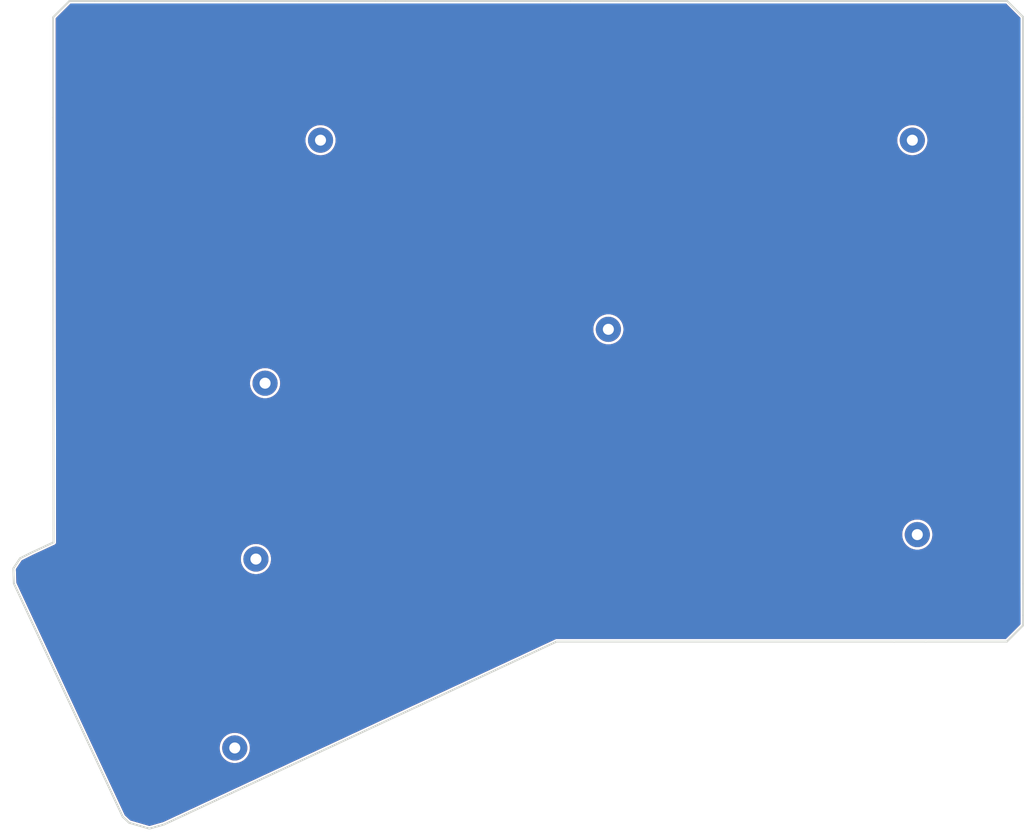
<source format=kicad_pcb>
(kicad_pcb (version 20211014) (generator pcbnew)
  (layers (0 "F.Cu" signal "Front") (31 "B.Cu" signal "Back") (34 "B.Paste" user) (35 "F.Paste" user) (36 "B.SilkS" user "B.Silkscreen") (37 "F.SilkS" user "F.Silkscreen") (38 "B.Mask" user) (39 "F.Mask" user) (44 "Edge.Cuts" user))
  (net 0 "")
  (footprint "" (layer "F.Cu") (at 139.4714 92.6846)
    (fp_text reference "" (at 0 0) (layer "F.SilkS") (effects (font (size 1.27 1.27))))
    (fp_text value "" (at 0 0) (layer "F.SilkS") (effects (font (size 1.27 1.27))))
    (pad "" thru_hole circle locked (at 0 0) (size 5 5) (drill 2.2) (layers *.Cu *.Mask))
  )
  (footprint "" (layer "F.Cu") (at 65.0748 176.0982)
    (fp_text reference "" (at 0 0) (layer "F.SilkS") (effects (font (size 1.27 1.27))))
    (fp_text value "" (at 0 0) (layer "F.SilkS") (effects (font (size 1.27 1.27))))
    (pad "" thru_hole circle locked (at 0 0) (size 5 5) (drill 2.2) (layers *.Cu *.Mask))
  )
  (footprint "" (layer "F.Cu") (at 82.15 52.89)
    (fp_text reference "" (at 0 0) (layer "F.SilkS") (effects (font (size 1.27 1.27))))
    (fp_text value "" (at 0 0) (layer "F.SilkS") (effects (font (size 1.27 1.27))))
    (pad "" thru_hole circle (at 0 2.11) (size 5 5) (drill 2.2) (layers *.Cu *.Mask))
  )
  (footprint "" (layer "F.Cu") (at 71.11 103.42)
    (fp_text reference "" (at 0 0) (layer "F.SilkS") (effects (font (size 1.27 1.27))))
    (fp_text value "" (at 0 0) (layer "F.SilkS") (effects (font (size 1.27 1.27))))
    (pad "" thru_hole circle locked (at 0 0) (size 5 5) (drill 2.2) (layers *.Cu *.Mask))
  )
  (footprint "" (layer "F.Cu") (at 200.99 133.59)
    (fp_text reference "" (at 0 0) (layer "F.SilkS") (effects (font (size 1.27 1.27))))
    (fp_text value "" (at 0 0) (layer "F.SilkS") (effects (font (size 1.27 1.27))))
    (pad "" thru_hole circle locked (at 0 0) (size 5 5) (drill 2.2) (layers *.Cu *.Mask))
  )
  (footprint "" (layer "F.Cu") (at 202.68 38.53)
    (fp_text reference "" (at 0 0) (layer "F.SilkS") (effects (font (size 1.27 1.27))))
    (fp_text value "" (at 0 0) (layer "F.SilkS") (effects (font (size 1.27 1.27))))
    (pad "" thru_hole circle (at -2.68 16.47) (size 5 5) (drill 2.2) (layers *.Cu *.Mask))
  )
  (footprint "" (layer "F.Cu") (at 69.29 138.46)
    (fp_text reference "" (at 0 0) (layer "F.SilkS") (effects (font (size 1.27 1.27))))
    (fp_text value "" (at 0 0) (layer "F.SilkS") (effects (font (size 1.27 1.27))))
    (pad "" thru_hole circle locked (at 0 0) (size 5 5) (drill 2.2) (layers *.Cu *.Mask))
  )
  (gr_line (start 131.9022 27.258) (end 143.4084 27.258) (layer "Edge.Cuts") (width 0.381))
  (gr_line (start 65.8114 27.258) (end 42.164 27.258) (layer "Edge.Cuts") (width 0.381))
  (gr_line (start 202.692 154.908) (end 218.821 154.908) (layer "Edge.Cuts") (width 0.381))
  (gr_line (start 77.8764 27.258) (end 65.8114 27.258) (layer "Edge.Cuts") (width 0.381))
  (gr_line (start 21.08098 143.31544) (end 20.975 140.325) (layer "Edge.Cuts") (width 0.381))
  (gr_line (start 131.9022 27.258) (end 95.0468 27.258) (layer "Edge.Cuts") (width 0.381))
  (gr_line (start 20.975 140.325) (end 22.3 138.325) (layer "Edge.Cuts") (width 0.381))
  (gr_line (start 44.03053 191.00292) (end 48.075 192.175) (layer "Edge.Cuts") (width 0.381))
  (gr_line (start 202.7428 27.258) (end 218.8718 27.258) (layer "Edge.Cuts") (width 0.381))
  (gr_line (start 22.3 138.325) (end 24.61768 137.16) (layer "Edge.Cuts") (width 0.381))
  (gr_line (start 202.7428 27.258) (end 143.4084 27.258) (layer "Edge.Cuts") (width 0.381))
  (gr_line (start 42.164 27.258) (end 37.164 27.258) (layer "Edge.Cuts") (width 0.381))
  (gr_line (start 222.0595 149.6695) (end 222.0595 151.6695) (layer "Edge.Cuts") (width 0.381))
  (gr_line (start 42.76496 189.81776) (end 44.03053 191.00292) (layer "Edge.Cuts") (width 0.381))
  (gr_line (start 222.0468 30.433) (end 222.0468 50.433) (layer "Edge.Cuts") (width 0.381))
  (gr_line (start 129.1524 154.908) (end 196.3928 154.908) (layer "Edge.Cuts") (width 0.381))
  (gr_line (start 28.909 50.4952) (end 28.909 30.4952) (layer "Edge.Cuts") (width 0.381))
  (gr_line (start 48.075 192.175) (end 50.9839 191.35192) (layer "Edge.Cuts") (width 0.381))
  (gr_line (start 218.821 154.908) (end 222.0595 151.6695) (layer "Edge.Cuts") (width 0.381))
  (gr_line (start 24.61768 137.16) (end 28.9852 135.128) (layer "Edge.Cuts") (width 0.381))
  (gr_line (start 222.0468 30.433) (end 218.8718 27.258) (layer "Edge.Cuts") (width 0.381))
  (gr_line (start 196.3928 154.908) (end 202.692 154.908) (layer "Edge.Cuts") (width 0.381))
  (gr_line (start 37.164 27.258) (end 32.164 27.258) (layer "Edge.Cuts") (width 0.381))
  (gr_line (start 28.909 30.4952) (end 32.164 27.258) (layer "Edge.Cuts") (width 0.381))
  (gr_line (start 222.0468 143.383) (end 222.0595 149.6695) (layer "Edge.Cuts") (width 0.381))
  (gr_line (start 222.0468 143.383) (end 222.0468 50.433) (layer "Edge.Cuts") (width 0.381))
  (gr_line (start 28.9852 132.715) (end 28.9852 135.128) (layer "Edge.Cuts") (width 0.381))
  (gr_line (start 28.9852 132.715) (end 28.909 50.4952) (layer "Edge.Cuts") (width 0.381))
  (gr_line (start 77.8764 27.258) (end 95.0468 27.258) (layer "Edge.Cuts") (width 0.381))
  (gr_line (start 21.08098 143.31544) (end 42.76496 189.81776) (layer "Edge.Cuts") (width 0.381))
  (gr_line (start 50.9839 191.35192) (end 129.1524 154.908) (layer "Edge.Cuts") (width 0.381))
  (zone (net 0) (net_name "") (layer "F.Cu") (connect_pads (clearance 0.508)) (min_thickness 0.3048) (fill yes (thermal_gap 0.3048) (thermal_bridge_width 0.6096))
    (polygon (pts (xy 222.05 154.875) (xy 222.04 30.42) (xy 218.88 27.27) (xy 32.258 27.22) (xy 28.956 30.54) (xy 28.956 135.128) (xy 18.325 140.05) (xy 42.425 194.25)))
  )
  (zone (net 0) (net_name "") (layer "B.Cu") (connect_pads (clearance 0.508)) (min_thickness 0.3048) (fill yes (thermal_gap 0.3048) (thermal_bridge_width 0.6096))
    (polygon (pts (xy 222 154.9) (xy 222.105828 30.442951) (xy 218.835828 27.242951) (xy 80.48 27.19) (xy 32.258 27.25) (xy 28.956 30.51) (xy 28.956 135.128) (xy 18.5 140) (xy 42.625 194.3)))
  )
)
</source>
